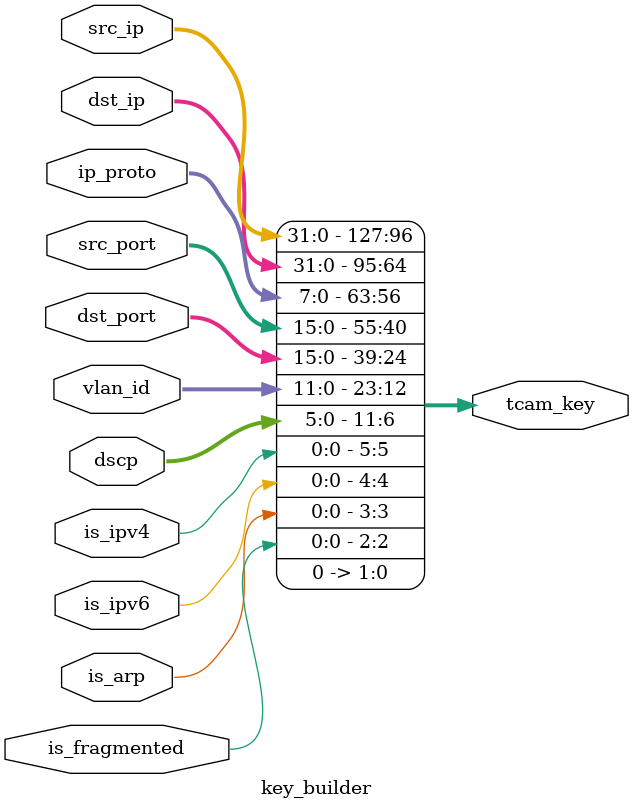
<source format=v>
`timescale 1ns / 1ps

module key_builder (
            //frst version, some selected metadta frm parser
    input  [31:0] src_ip,
    input  [31:0] dst_ip,
    input  [7:0]  ip_proto,
    input  [15:0] src_port,
    input  [15:0] dst_port,
    input  [11:0] vlan_id,
    input  [5:0]  dscp,

    input         is_ipv4,
    input         is_ipv6,
    input         is_arp,
    input         is_fragmented,

    
    output [127:0] tcam_key
);

    assign tcam_key = {
        src_ip,   // [127:96]
        dst_ip,        // [95:64]
        ip_proto,     // [63:56]
        src_port,        // [55:40]
        dst_port,        // [39:24]
        vlan_id,         // [23:12]
        dscp,            // [11:6]
        is_ipv4,         // [5]
        is_ipv6,         // [4]
        is_arp,          // [3]
        is_fragmented,   // [2]
        2'b00            // [1:0]
    };

endmodule

</source>
